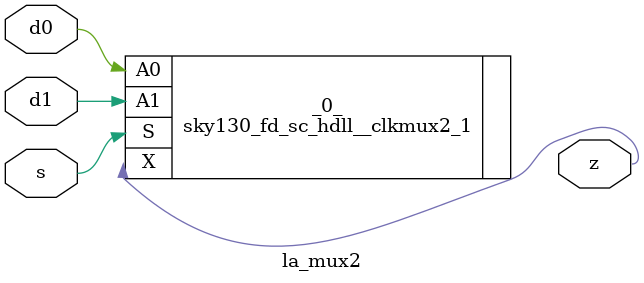
<source format=v>

/* Generated by Yosys 0.38+92 (git sha1 84116c9a3, x86_64-conda-linux-gnu-cc 11.2.0 -fvisibility-inlines-hidden -fmessage-length=0 -march=nocona -mtune=haswell -ftree-vectorize -fPIC -fstack-protector-strong -fno-plt -O2 -ffunction-sections -fdebug-prefix-map=/root/conda-eda/conda-eda/workdir/conda-env/conda-bld/yosys_1708682838165/work=/usr/local/src/conda/yosys-0.38_93_g84116c9a3 -fdebug-prefix-map=/user/projekt_pia/miniconda3/envs/sc=/usr/local/src/conda-prefix -fPIC -Os -fno-merge-constants) */

module la_mux2(d0, d1, s, z);
  input d0;
  wire d0;
  input d1;
  wire d1;
  input s;
  wire s;
  output z;
  wire z;
  sky130_fd_sc_hdll__clkmux2_1 _0_ (
    .A0(d0),
    .A1(d1),
    .S(s),
    .X(z)
  );
endmodule

</source>
